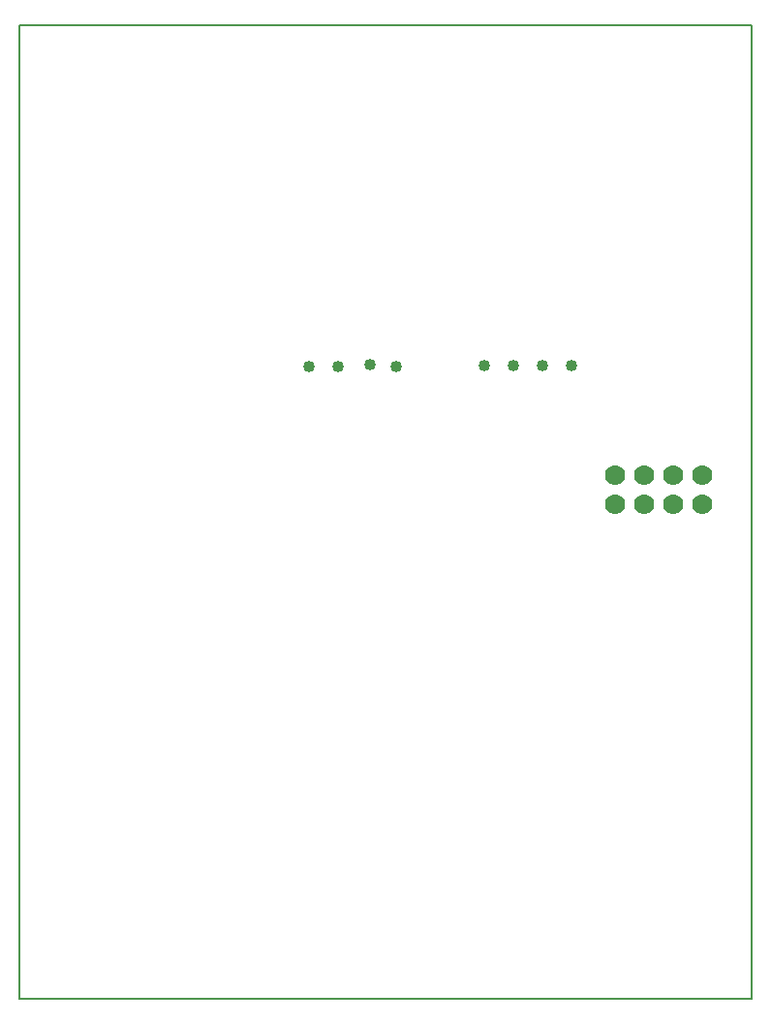
<source format=gbr>
G04 PROTEUS GERBER X2 FILE*
%TF.GenerationSoftware,Labcenter,Proteus,8.5-SP1-Build22252*%
%TF.CreationDate,2016-12-17T22:17:43+00:00*%
%TF.FileFunction,Soldermask,Bot*%
%TF.FilePolarity,Negative*%
%TF.Part,Single*%
%FSLAX45Y45*%
%MOMM*%
G01*
%TA.AperFunction,Material*%
%ADD71C,1.016000*%
%ADD24C,1.778000*%
%TA.AperFunction,Profile*%
%ADD17C,0.203200*%
D71*
X-12710079Y+9707961D03*
X-12454568Y+9709472D03*
X-12179269Y+9730771D03*
X-11946373Y+9715706D03*
X-11176000Y+9718040D03*
X-10922000Y+9718040D03*
X-10668000Y+9718040D03*
X-10414000Y+9718040D03*
D24*
X-10033000Y+8509000D03*
X-10033000Y+8763000D03*
X-9779000Y+8509000D03*
X-9779000Y+8763000D03*
X-9525000Y+8509000D03*
X-9525000Y+8763000D03*
X-9271000Y+8509000D03*
X-9271000Y+8763000D03*
D17*
X-15240000Y+4195000D02*
X-8840000Y+4195000D01*
X-8840000Y+12695000D01*
X-15240000Y+12695000D01*
X-15240000Y+4195000D01*
M02*

</source>
